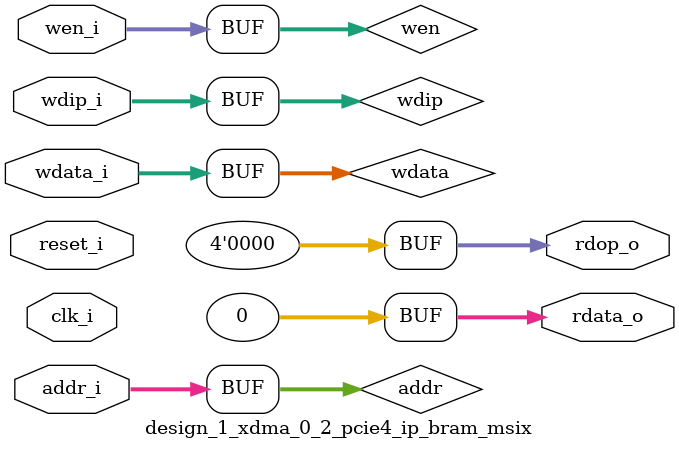
<source format=v>
`timescale 1ps/1ps

(* DowngradeIPIdentifiedWarnings = "yes" *)
module design_1_xdma_0_2_pcie4_ip_bram_msix #(

  parameter           TCQ = 100
, parameter           TO_RAM_PIPELINE="FALSE"
, parameter           FROM_RAM_PIPELINE="FALSE"
, parameter           MSIX_CAP_TABLE_SIZE=11'h0
, parameter           MSIX_TABLE_RAM_ENABLE="FALSE"

  ) (

  input  wire         clk_i,
  input  wire         reset_i,

  input  wire  [12:0] addr_i,
  input  wire  [31:0] wdata_i,
  input  wire   [3:0] wdip_i,
  input  wire   [3:0] wen_i,
  output wire  [31:0] rdata_o,
  output wire   [3:0] rdop_o

  );

  // WIP : Use Total number of functions (PFs + VFs) to calculate the NUM_BRAM_4K
  localparam integer NUM_BRAM_4K = (MSIX_TABLE_RAM_ENABLE == "TRUE") ? 8 : 0 ;
 

  reg          [12:0] addr;
  reg          [12:0] addr_p0;
  reg          [12:0] addr_p1;
  reg          [31:0] wdata;
  reg           [3:0] wdip;
  reg           [3:0] wen;
  reg          [31:0] reg_rdata;
  reg           [3:0] reg_rdop;
  wire         [31:0] rdata;
  wire          [3:0] rdop;
  genvar              i;
  wire    [(8*4)-1:0] bram_4k_wen;
  wire   [(8*32)-1:0] rdata_t;
  wire    [(8*4)-1:0] rdop_t;

  //
  // Optional input pipe stages
  //
  generate

    if (TO_RAM_PIPELINE == "TRUE") begin : TORAMPIPELINE

      always @(posedge clk_i) begin
     
        if (reset_i) begin

          addr <= #(TCQ) 13'b0;
          wdata <= #(TCQ) 32'b0;
          wdip <= #(TCQ) 4'b0;
          wen <= #(TCQ) 4'b0;

        end else begin

          addr <= #(TCQ) addr_i;
          wdata <= #(TCQ) wdata_i;
          wdip <= #(TCQ) wdip_i;
          wen <= #(TCQ) wen_i;

        end

      end

    end else begin : NOTORAMPIPELINE

      always @(*) begin

          addr = addr_i;
          wdata = wdata_i;
          wdip = wdip_i;
          wen = wen_i;

      end


    end

  endgenerate

  // 
  // Address pipeline
  //
  always @(posedge clk_i) begin
     
    if (reset_i) begin

      addr_p0 <= #(TCQ) 13'b0;
      addr_p1 <= #(TCQ) 13'b0;

    end else begin

      addr_p0 <= #(TCQ) addr;
      addr_p1 <= #(TCQ) addr_p0;

    end

  end

  //
  // Optional output pipe stages
  //
  generate

    if (FROM_RAM_PIPELINE == "TRUE") begin : FRMRAMPIPELINE


      always @(posedge clk_i) begin
     
        if (reset_i) begin

          reg_rdata <= #(TCQ) 32'b0;
          reg_rdop <= #(TCQ) 4'b0;

        end else begin

          case (addr_p1[12:10]) 
            3'b000 : begin
              reg_rdata <= #(TCQ) rdata_t[(32*(0))+31:(32*(0))+0];
              reg_rdop <= #(TCQ) rdop_t[(4*(0))+3:(4*(0))+0];
            end
            3'b001 : begin
              reg_rdata <= #(TCQ) rdata_t[(32*(1))+31:(32*(1))+0];
              reg_rdop <= #(TCQ) rdop_t[(4*(1))+3:(4*(1))+0];
            end
            3'b010 : begin
              reg_rdata <= #(TCQ) rdata_t[(32*(2))+31:(32*(2))+0];
              reg_rdop <= #(TCQ) rdop_t[(4*(2))+3:(4*(2))+0];
            end
            3'b011 : begin
              reg_rdata <= #(TCQ) rdata_t[(32*(3))+31:(32*(3))+0];
              reg_rdop <= #(TCQ) rdop_t[(4*(3))+3:(4*(3))+0];
            end
            3'b100 : begin
              reg_rdata <= #(TCQ) rdata_t[(32*(4))+31:(32*(4))+0];
              reg_rdop <= #(TCQ) rdop_t[(4*(4))+3:(4*(4))+0];
            end
            3'b101 : begin
              reg_rdata <= #(TCQ) rdata_t[(32*(5))+31:(32*(5))+0];
              reg_rdop <= #(TCQ) rdop_t[(4*(5))+3:(4*(5))+0];
            end
            3'b110 : begin
              reg_rdata <= #(TCQ) rdata_t[(32*(6))+31:(32*(6))+0];
              reg_rdop <= #(TCQ) rdop_t[(4*(6))+3:(4*(6))+0];
            end
            3'b111 : begin
              reg_rdata <= #(TCQ) rdata_t[(32*(7))+31:(32*(7))+0];
              reg_rdop <= #(TCQ) rdop_t[(4*(7))+3:(4*(7))+0];
            end
          endcase

        end

      end

    end else begin : NOFRMRAMPIPELINE

      always @(*) begin

          case (addr_p1[12:10]) 
            3'b000 : begin
              reg_rdata <= #(TCQ) rdata_t[(32*(0))+31:(32*(0))+0];
              reg_rdop <= #(TCQ) rdop_t[(4*(0))+3:(4*(0))+0];
            end
            3'b001 : begin
              reg_rdata <= #(TCQ) rdata_t[(32*(1))+31:(32*(1))+0];
              reg_rdop <= #(TCQ) rdop_t[(4*(1))+3:(4*(1))+0];
            end
            3'b010 : begin
              reg_rdata <= #(TCQ) rdata_t[(32*(2))+31:(32*(2))+0];
              reg_rdop <= #(TCQ) rdop_t[(4*(2))+3:(4*(2))+0];
            end
            3'b011 : begin
              reg_rdata <= #(TCQ) rdata_t[(32*(3))+31:(32*(3))+0];
              reg_rdop <= #(TCQ) rdop_t[(4*(3))+3:(4*(3))+0];
            end
            3'b100 : begin
              reg_rdata <= #(TCQ) rdata_t[(32*(4))+31:(32*(4))+0];
              reg_rdop <= #(TCQ) rdop_t[(4*(4))+3:(4*(4))+0];
            end
            3'b101 : begin
              reg_rdata <= #(TCQ) rdata_t[(32*(5))+31:(32*(5))+0];
              reg_rdop <= #(TCQ) rdop_t[(4*(5))+3:(4*(5))+0];
            end
            3'b110 : begin
              reg_rdata <= #(TCQ) rdata_t[(32*(6))+31:(32*(6))+0];
              reg_rdop <= #(TCQ) rdop_t[(4*(6))+3:(4*(6))+0];
            end
            3'b111 : begin
              reg_rdata <= #(TCQ) rdata_t[(32*(7))+31:(32*(7))+0];
              reg_rdop <= #(TCQ) rdop_t[(4*(7))+3:(4*(7))+0];
            end
          endcase

      end

    end
  
  endgenerate

  assign rdata_o = (MSIX_TABLE_RAM_ENABLE == "TRUE") ?  reg_rdata : 32'h0;
  assign rdop_o = (MSIX_TABLE_RAM_ENABLE == "TRUE") ? reg_rdop : 4'h0;

  generate 
  
    for (i=0; i<NUM_BRAM_4K; i=i+1) begin : BRAM4K

      design_1_xdma_0_2_pcie4_ip_bram_4k_int #(
          .TCQ(TCQ)
        )
        bram_4k_int (
    
          .clk_i (clk_i),
          .reset_i (reset_i),
    
          .addr_i(addr[9:0]),
          .wdata_i(wdata),
          .wdip_i(wdip),
          .wen_i(bram_4k_wen[(4*(i))+3:(4*(i))+0]),
          .rdata_o(rdata_t[(32*i)+31:(32*i)+0]),
          .rdop_o(rdop_t[(4*i)+3:(4*i)+0]),
          .baddr_i(10'b0),
          .brdata_o()

      );
      assign bram_4k_wen[(4*(i))+3:(4*(i))+0] = wen & {4{(i == addr[12:10])}};  
      
    end

  endgenerate

endmodule

</source>
